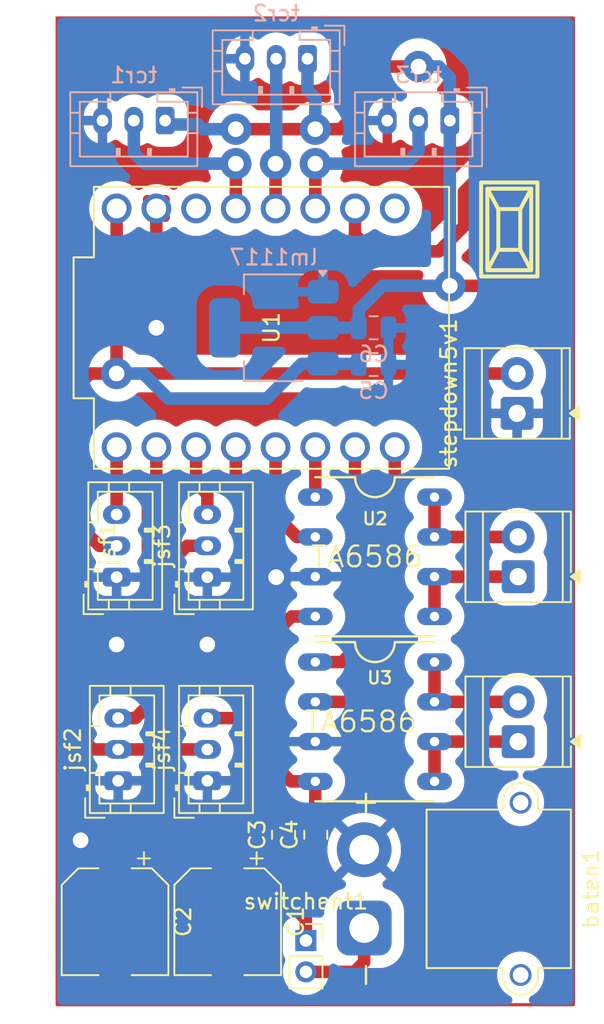
<source format=kicad_pcb>
(kicad_pcb (version 20241229) (generator "pcbnew") (generator_version "9.0")
  (layers (0 "F.Cu" signal) (2 "B.Cu" signal) (13 "F.Paste" user) (15 "B.Paste" user) (5 "F.SilkS" user "F.Silkscreen") (7 "B.SilkS" user "B.Silkscreen") (1 "F.Mask" user) (3 "B.Mask" user) (25 "Edge.Cuts" user))
  (net 0 "")
  (net 1 "Fmotor2")
  (net 2 "Bmotor1")
  (net 3 "Fmotor1")
  (net 5 "GND")
  (net 6 "Bmotor2")
  (net 7 "5v")
  (net 8 "jsf1")
  (net 9 "jsf2")
  (net 10 "jsf3")
  (net 11 "jsf4")
  (net 12 "ma2")
  (net 13 "ma1")
  (net 14 "mb2")
  (net 15 "mb1")
  (net 16 "batV")
  (net 17 "tcr1")
  (net 18 "tcr2")
  (net 19 "tcr3")
  (net 20 "iniciapin")
  (net 21 "3.3v")
  (net 22 "Net-(baten1-Pin_1)")
  (footprint "Connector_JST:JST_PH_B3B-PH-K_1x03_P2.00mm_Vertical" (layer "F.Cu") (at 90.45 100.3 90)
    (property "Reference" "jsf1" (at 2.1 -0.6 90) (layer "F.SilkS"))
    (property "Value" "Screw_Terminal_01x03")
    (pad "1" thru_hole roundrect (at 0 0 90) (size 1.2 1.75) (drill 0.75) (layers "*.Cu" "*.Mask") (roundrect_rratio 0.208333) (net 5 "GND"))
    (pad "2" thru_hole oval (at 2 0 90) (size 1.2 1.75) (drill 0.75) (layers "*.Cu" "*.Mask") (net 7 "5v"))
    (pad "3" thru_hole oval (at 4 0 90) (size 1.2 1.75) (drill 0.75) (layers "*.Cu" "*.Mask") (net 8 "jsf1"))
  )
  (footprint "Connector_JST:JST_PH_B3B-PH-K_1x03_P2.00mm_Vertical" (layer "F.Cu") (at 96.25 100.3 90)
    (property "Reference" "jsf3" (at 2 -2.9 90) (layer "F.SilkS"))
    (property "Value" "Screw_Terminal_01x03")
    (pad "1" thru_hole roundrect (at 0 0 90) (size 1.2 1.75) (drill 0.75) (layers "*.Cu" "*.Mask") (roundrect_rratio 0.208333) (net 5 "GND"))
    (pad "2" thru_hole oval (at 2 0 90) (size 1.2 1.75) (drill 0.75) (layers "*.Cu" "*.Mask") (net 7 "5v"))
    (pad "3" thru_hole oval (at 4 0 90) (size 1.2 1.75) (drill 0.75) (layers "*.Cu" "*.Mask") (net 10 "jsf3"))
  )
  (footprint "Connector_PinSocket_2.00mm:PinSocket_1x02_P2.00mm_Vertical" (layer "F.Cu") (at 102.55 123.5)
    (property "Reference" "switchent1" (at 0 -2.5 0) (layer "F.SilkS"))
    (property "Value" "SW_DPST_x2")
    (pad "1" thru_hole rect (at 0 0) (size 1.35 1.35) (drill 0.8) (layers "*.Cu" "*.Mask") (net 16 "batV"))
    (pad "2" thru_hole oval (at 0 2) (size 1.35 1.35) (drill 0.8) (layers "*.Cu" "*.Mask") (net 22 "Net-(baten1-Pin_1)"))
  )
  (footprint "TerminalBlock_TE-Connectivity:TerminalBlock_TE_282834-2_1x02_P2.54mm_Horizontal" (layer "F.Cu") (at 116.1175 110.8 90)
    (property "Reference" "motor2" (hide yes))
    (property "Value" "Screw_Terminal_01x02")
    (pad "1" thru_hole roundrect (at 0 0 90) (size 2.1 2.1) (drill 1.1) (layers "*.Cu" "*.Mask") (roundrect_rratio 0.119048) (net 14 "mb2"))
    (pad "2" thru_hole circle (at 2.54 0 90) (size 2.1 2.1) (drill 1.1) (layers "*.Cu" "*.Mask") (net 15 "mb1"))
  )
  (footprint "Connector_JST:JST_PH_B3B-PH-K_1x03_P2.00mm_Vertical" (layer "F.Cu") (at 90.55 113.3 90)
    (property "Reference" "jsf2" (at 2 -2.9 90) (layer "F.SilkS"))
    (property "Value" "Screw_Terminal_01x03")
    (pad "1" thru_hole roundrect (at 0 0 90) (size 1.2 1.75) (drill 0.75) (layers "*.Cu" "*.Mask") (roundrect_rratio 0.208333) (net 5 "GND"))
    (pad "2" thru_hole oval (at 2 0 90) (size 1.2 1.75) (drill 0.75) (layers "*.Cu" "*.Mask") (net 7 "5v"))
    (pad "3" thru_hole oval (at 4 0 90) (size 1.2 1.75) (drill 0.75) (layers "*.Cu" "*.Mask") (net 9 "jsf2"))
  )
  (footprint "TA6586:TA6586-FOOTPRINT" (layer "F.Cu") (at 115.85 101.54)
    (property "Reference" "U2" (at -8.88 -4.97 0) (layer "F.SilkS") (effects (font (size 0.787402 0.787402))))
    (property "Value" "TA6586")
    (fp_text user "TA6586 " (at -8.89 -2.54 0) (layer "F.SilkS") (effects (font (size 1.32 1.32))))
    (pad "BI" thru_hole oval (at -12.7 -6.35) (size 2.216 1.108) (drill 0.6) (layers "*.Cu" "*.Mask") (net 2 "Bmotor1"))
    (pad "BO1" thru_hole oval (at -5.08 -3.81) (size 2.216 1.108) (drill 0.6) (layers "*.Cu" "*.Mask") (net 13 "ma1"))
    (pad "BO2" thru_hole oval (at -5.08 -6.35) (size 2.216 1.108) (drill 0.6) (layers "*.Cu" "*.Mask") (net 13 "ma1"))
    (pad "FI" thru_hole oval (at -12.7 -3.81) (size 2.216 1.108) (drill 0.6) (layers "*.Cu" "*.Mask") (net 3 "Fmotor1"))
    (pad "FO1" thru_hole oval (at -5.08 1.27) (size 2.216 1.108) (drill 0.6) (layers "*.Cu" "*.Mask") (net 12 "ma2"))
    (pad "FO2" thru_hole oval (at -5.08 -1.27) (size 2.216 1.108) (drill 0.6) (layers "*.Cu" "*.Mask") (net 12 "ma2"))
    (pad "GND" thru_hole oval (at -12.7 -1.27) (size 2.216 1.108) (drill 0.6) (layers "*.Cu" "*.Mask") (net 5 "GND"))
    (pad "VCC" thru_hole oval (at -12.7 1.27) (size 2.216 1.108) (drill 0.6) (layers "*.Cu" "*.Mask") (net 16 "batV"))
  )
  (footprint "TA6586:TA6586-FOOTPRINT" (layer "F.Cu") (at 115.85 112.07)
    (property "Reference" "U3" (at -8.579 -5.34 0) (layer "F.SilkS") (effects (font (size 0.787402 0.787402))))
    (property "Value" "TA6586")
    (fp_text user "TA6586 " (at -9.279 -2.54 0) (layer "F.SilkS") (effects (font (size 1.32 1.32))))
    (pad "BI" thru_hole oval (at -12.7 -6.35) (size 2.216 1.108) (drill 0.6) (layers "*.Cu" "*.Mask") (net 6 "Bmotor2"))
    (pad "BO1" thru_hole oval (at -5.08 -3.81) (size 2.216 1.108) (drill 0.6) (layers "*.Cu" "*.Mask") (net 15 "mb1"))
    (pad "BO2" thru_hole oval (at -5.08 -6.35) (size 2.216 1.108) (drill 0.6) (layers "*.Cu" "*.Mask") (net 15 "mb1"))
    (pad "FI" thru_hole oval (at -12.7 -3.81) (size 2.216 1.108) (drill 0.6) (layers "*.Cu" "*.Mask") (net 1 "Fmotor2"))
    (pad "FO1" thru_hole oval (at -5.08 1.27) (size 2.216 1.108) (drill 0.6) (layers "*.Cu" "*.Mask") (net 14 "mb2"))
    (pad "FO2" thru_hole oval (at -5.08 -1.27) (size 2.216 1.108) (drill 0.6) (layers "*.Cu" "*.Mask") (net 14 "mb2"))
    (pad "GND" thru_hole oval (at -12.7 -1.27) (size 2.216 1.108) (drill 0.6) (layers "*.Cu" "*.Mask") (net 5 "GND"))
    (pad "VCC" thru_hole oval (at -12.7 1.27) (size 2.216 1.108) (drill 0.6) (layers "*.Cu" "*.Mask") (net 16 "batV"))
  )
  (footprint "ESP32-C3_SUPERMINI_TH:MODULE_ESP32-C3_SUPERMINI" (layer "F.Cu") (at 100.35 84.38 90)
    (property "Reference" "U1" (at 0 0 90) (layer "F.SilkS"))
    (property "Value" "ESP32-C3_SUPERMINI_TH")
    (pad "0" thru_hole circle (at 7.62 7.88 90) (size 1.905 1.905) (drill 1.27) (layers "*.Cu" "*.Mask"))
    (pad "1" thru_hole circle (at 7.62 5.34 90) (size 1.905 1.905) (drill 1.27) (layers "*.Cu" "*.Mask") (net 20 "iniciapin"))
    (pad "2" thru_hole circle (at 7.62 2.8 90) (size 1.905 1.905) (drill 1.27) (layers "*.Cu" "*.Mask") (net 19 "tcr3"))
    (pad "3" thru_hole circle (at 7.62 0.26 90) (size 1.905 1.905) (drill 1.27) (layers "*.Cu" "*.Mask") (net 18 "tcr2"))
    (pad "3.3" thru_hole circle (at 7.62 -4.82 90) (size 1.905 1.905) (drill 1.27) (layers "*.Cu" "*.Mask"))
    (pad "4" thru_hole circle (at 7.62 -2.28 90) (size 1.905 1.905) (drill 1.27) (layers "*.Cu" "*.Mask") (net 17 "tcr1"))
    (pad "5" thru_hole circle (at -7.62 -9.9 90) (size 1.905 1.905) (drill 1.27) (layers "*.Cu" "*.Mask") (net 8 "jsf1"))
    (pad "5V" thru_hole circle (at 7.62 -9.9 90) (size 1.905 1.905) (drill 1.27) (layers "*.Cu" "*.Mask") (net 7 "5v"))
    (pad "6" thru_hole circle (at -7.62 -7.36 90) (size 1.905 1.905) (drill 1.27) (layers "*.Cu" "*.Mask") (net 9 "jsf2"))
    (pad "7" thru_hole circle (at -7.62 -4.82 90) (size 1.905 1.905) (drill 1.27) (layers "*.Cu" "*.Mask") (net 10 "jsf3"))
    (pad "8" thru_hole circle (at -7.62 -2.28 90) (size 1.905 1.905) (drill 1.27) (layers "*.Cu" "*.Mask") (net 11 "jsf4"))
    (pad "9" thru_hole circle (at -7.62 0.26 90) (size 1.905 1.905) (drill 1.27) (layers "*.Cu" "*.Mask") (net 3 "Fmotor1"))
    (pad "10" thru_hole circle (at -7.62 2.8 90) (size 1.905 1.905) (drill 1.27) (layers "*.Cu" "*.Mask") (net 2 "Bmotor1"))
    (pad "20" thru_hole circle (at -7.62 5.34 90) (size 1.905 1.905) (drill 1.27) (layers "*.Cu" "*.Mask") (net 6 "Bmotor2"))
    (pad "21" thru_hole circle (at -7.62 7.88 90) (size 1.905 1.905) (drill 1.27) (layers "*.Cu" "*.Mask") (net 1 "Fmotor2"))
    (pad "G" thru_hole circle (at 7.62 -7.36 90) (size 1.905 1.905) (drill 1.27) (layers "*.Cu" "*.Mask") (net 5 "GND"))
  )
  (footprint "Capacitor_SMD:C_0805_2012Metric" (layer "F.Cu") (at 103.18 116.75 90)
    (property "Reference" "C4" (at 0 -1.68 90) (layer "F.SilkS"))
    (property "Value" "104")
    (pad "1" smd roundrect (at -0.95 0 90) (size 1 1.45) (layers "F.Cu" "F.Mask" "F.Paste") (net 5 "GND"))
    (pad "2" smd roundrect (at 0.95 0 90) (size 1 1.45) (layers "F.Cu" "F.Mask" "F.Paste") (net 16 "batV"))
  )
  (footprint "EESTN5:Pulsador_SMD_2_ALTO" (layer "F.Cu") (at 115.55 78.10082 -90)
    (property "Reference" "push1" (hide yes))
    (property "Value" "SW_Push" (hide yes))
    (pad "1" smd rect (at -3.59918 0 270) (size 1.00076 1.00076) (layers "F.Cu" "F.Mask" "F.Paste") (net 20 "iniciapin"))
    (pad "2" smd rect (at 3.59918 0 270) (size 1.00076 1.00076) (layers "F.Cu" "F.Mask" "F.Paste") (net 21 "3.3v"))
  )
  (footprint "TerminalBlock_TE-Connectivity:TerminalBlock_TE_282834-2_1x02_P2.54mm_Horizontal" (layer "F.Cu") (at 116.1175 100.27 90)
    (property "Reference" "motor1" (hide yes))
    (property "Value" "Screw_Terminal_01x02")
    (pad "1" thru_hole roundrect (at 0 0 90) (size 2.1 2.1) (drill 1.1) (layers "*.Cu" "*.Mask") (roundrect_rratio 0.119048) (net 12 "ma2"))
    (pad "2" thru_hole circle (at 2.54 0 90) (size 2.1 2.1) (drill 1.1) (layers "*.Cu" "*.Mask") (net 13 "ma1"))
  )
  (footprint "TerminalBlock_TE-Connectivity:TerminalBlock_TE_282834-2_1x02_P2.54mm_Horizontal" (layer "F.Cu") (at 116.05 89.84 90)
    (property "Reference" "stepdown5v1" (at 1.27 -4.37 90) (layer "F.SilkS"))
    (property "Value" "Screw_Terminal_01x02")
    (pad "1" thru_hole roundrect (at 0 0 90) (size 2.1 2.1) (drill 1.1) (layers "*.Cu" "*.Mask") (roundrect_rratio 0.119048) (net 5 "GND"))
    (pad "2" thru_hole circle (at 2.54 0 90) (size 2.1 2.1) (drill 1.1) (layers "*.Cu" "*.Mask") (net 7 "5v"))
  )
  (footprint "Connector_AMASS:AMASS_XT30PW-M_1x02_P2.50mm_Horizontal" (layer "F.Cu") (at 106.275 122.7 -90)
    (property "Reference" "baten1" (at -2.5 -14.5 90) (layer "F.SilkS"))
    (property "Value" "Screw_Terminal_01x02")
    (fp_text user "-" (at 3 0 90) (layer "F.SilkS") (effects (font (size 1.5 1.5))))
    (fp_text user "+" (at -8 0 90) (layer "F.SilkS") (effects (font (size 1.5 1.5))))
    (pad "" thru_hole circle (at -8 -10 270) (size 1.4 1.4) (drill 1) (layers "*.Cu" "*.Mask"))
    (pad "" thru_hole circle (at 3 -10 270) (size 1.4 1.4) (drill 1) (layers "*.Cu" "*.Mask"))
    (pad "1" thru_hole roundrect (at 0 0 270) (size 3.5 3.5) (drill 1.9) (layers "*.Cu" "*.Mask") (roundrect_rratio 0.22) (net 22 "Net-(baten1-Pin_1)"))
    (pad "2" thru_hole circle (at -5 0 270) (size 3.5 3.5) (drill 1.9) (layers "*.Cu" "*.Mask") (net 5 "GND"))
  )
  (footprint "Capacitor_SMD:CP_Elec_6.3x7.7" (layer "F.Cu") (at 90.35 122.3 -90)
    (property "Reference" "C2" (at 0 -4.35 90) (layer "F.SilkS"))
    (property "Value" "470uF")
    (pad "1" smd roundrect (at -2.7 0 270) (size 3.5 1.6) (layers "F.Cu" "F.Mask" "F.Paste") (roundrect_rratio 0.15625) (net 16 "batV"))
    (pad "2" smd roundrect (at 2.7 0 270) (size 3.5 1.6) (layers "F.Cu" "F.Mask" "F.Paste") (roundrect_rratio 0.15625) (net 5 "GND"))
  )
  (footprint "Capacitor_SMD:CP_Elec_6.3x7.7" (layer "F.Cu") (at 97.55 122.3 -90)
    (property "Reference" "C1" (at 0 -4.35 90) (layer "F.SilkS"))
    (property "Value" "470uF")
    (pad "1" smd roundrect (at -2.7 0 270) (size 3.5 1.6) (layers "F.Cu" "F.Mask" "F.Paste") (roundrect_rratio 0.15625) (net 16 "batV"))
    (pad "2" smd roundrect (at 2.7 0 270) (size 3.5 1.6) (layers "F.Cu" "F.Mask" "F.Paste") (roundrect_rratio 0.15625) (net 5 "GND"))
  )
  (footprint "Capacitor_SMD:C_0805_2012Metric" (layer "F.Cu") (at 101.12 116.75 90)
    (property "Reference" "C3" (at 0 -1.68 90) (layer "F.SilkS"))
    (property "Value" "104")
    (pad "1" smd roundrect (at -0.95 0 90) (size 1 1.45) (layers "F.Cu" "F.Mask" "F.Paste") (net 5 "GND"))
    (pad "2" smd roundrect (at 0.95 0 90) (size 1 1.45) (layers "F.Cu" "F.Mask" "F.Paste") (net 16 "batV"))
  )
  (footprint "Connector_JST:JST_PH_B3B-PH-K_1x03_P2.00mm_Vertical" (layer "F.Cu") (at 96.25 113.3 90)
    (property "Reference" "jsf4" (at 2 -2.9 90) (layer "F.SilkS"))
    (property "Value" "Screw_Terminal_01x03")
    (pad "1" thru_hole roundrect (at 0 0 90) (size 1.2 1.75) (drill 0.75) (layers "*.Cu" "*.Mask") (roundrect_rratio 0.208333) (net 5 "GND"))
    (pad "2" thru_hole oval (at 2 0 90) (size 1.2 1.75) (drill 0.75) (layers "*.Cu" "*.Mask") (net 7 "5v"))
    (pad "3" thru_hole oval (at 4 0 90) (size 1.2 1.75) (drill 0.75) (layers "*.Cu" "*.Mask") (net 11 "jsf4"))
  )
  (footprint "Connector_JST:JST_PH_B3B-PH-K_1x03_P2.00mm_Vertical" (layer "B.Cu") (at 111.75 71.15 180)
    (property "Reference" "tcr3" (at 2 2.9 0) (layer "B.SilkS") (effects (justify mirror)))
    (property "Value" "Screw_Terminal_01x03")
    (pad "1" thru_hole roundrect (at 0 0 180) (size 1.2 1.75) (drill 0.75) (layers "*.Cu" "*.Mask") (roundrect_rratio 0.208333) (net 21 "3.3v"))
    (pad "2" thru_hole oval (at 2 0 180) (size 1.2 1.75) (drill 0.75) (layers "*.Cu" "*.Mask") (net 19 "tcr3"))
    (pad "3" thru_hole oval (at 4 0 180) (size 1.2 1.75) (drill 0.75) (layers "*.Cu" "*.Mask") (net 5 "GND"))
  )
  (footprint "Package_TO_SOT_SMD:SOT-223-3_TabPin2" (layer "B.Cu") (at 100.5 84.38 180)
    (property "Reference" "lm1117" (at 0 4.5 0) (layer "B.SilkS") (effects (justify mirror)))
    (property "Value" "LM1117MP-3.3")
    (pad "1" smd roundrect (at -3.15 2.3 180) (size 2 1.5) (layers "B.Cu" "B.Mask" "B.Paste") (net 5 "GND"))
    (pad "2" smd roundrect (at -3.15 0 180) (size 2 1.5) (layers "B.Cu" "B.Mask" "B.Paste") (net 21 "3.3v"))
    (pad "2" smd roundrect (at 3.15 0 180) (size 2 3.8) (layers "B.Cu" "B.Mask" "B.Paste") (net 21 "3.3v"))
    (pad "3" smd roundrect (at -3.15 -2.3 180) (size 2 1.5) (layers "B.Cu" "B.Mask" "B.Paste") (net 7 "5v"))
  )
  (footprint "Capacitor_SMD:C_0805_2012Metric" (layer "B.Cu") (at 106.88 86.7225)
    (property "Reference" "C5" (at 0 1.68 0) (layer "B.SilkS") (effects (justify mirror)))
    (property "Value" "10uF")
    (pad "1" smd roundrect (at -0.95 0) (size 1 1.45) (layers "B.Cu" "B.Mask" "B.Paste") (net 7 "5v"))
    (pad "2" smd roundrect (at 0.95 0) (size 1 1.45) (layers "B.Cu" "B.Mask" "B.Paste") (net 5 "GND"))
  )
  (footprint "Connector_JST:JST_PH_B3B-PH-K_1x03_P2.00mm_Vertical" (layer "B.Cu") (at 102.65 67.2 180)
    (property "Reference" "tcr2" (at 2 2.9 0) (layer "B.SilkS") (effects (justify mirror)))
    (property "Value" "Screw_Terminal_01x03")
    (pad "1" thru_hole roundrect (at 0 0 180) (size 1.2 1.75) (drill 0.75) (layers "*.Cu" "*.Mask") (roundrect_rratio 0.208333) (net 21 "3.3v"))
    (pad "2" thru_hole oval (at 2 0 180) (size 1.2 1.75) (drill 0.75) (layers "*.Cu" "*.Mask") (net 18 "tcr2"))
    (pad "3" thru_hole oval (at 4 0 180) (size 1.2 1.75) (drill 0.75) (layers "*.Cu" "*.Mask") (net 5 "GND"))
  )
  (footprint "Capacitor_SMD:C_0805_2012Metric" (layer "B.Cu") (at 106.88 84.38)
    (property "Reference" "C6" (at 0 1.68 0) (layer "B.SilkS") (effects (justify mirror)))
    (property "Value" "10uF")
    (pad "1" smd roundrect (at -0.95 0) (size 1 1.45) (layers "B.Cu" "B.Mask" "B.Paste") (net 21 "3.3v"))
    (pad "2" smd roundrect (at 0.95 0) (size 1 1.45) (layers "B.Cu" "B.Mask" "B.Paste") (net 5 "GND"))
  )
  (footprint "Connector_JST:JST_PH_B3B-PH-K_1x03_P2.00mm_Vertical" (layer "B.Cu") (at 93.55 71.15 180)
    (property "Reference" "tcr1" (at 2 2.9 0) (layer "B.SilkS") (effects (justify mirror)))
    (property "Value" "Screw_Terminal_01x03")
    (pad "1" thru_hole roundrect (at 0 0 180) (size 1.2 1.75) (drill 0.75) (layers "*.Cu" "*.Mask") (roundrect_rratio 0.208333) (net 21 "3.3v"))
    (pad "2" thru_hole oval (at 2 0 180) (size 1.2 1.75) (drill 0.75) (layers "*.Cu" "*.Mask") (net 17 "tcr1"))
    (pad "3" thru_hole oval (at 4 0 180) (size 1.2 1.75) (drill 0.75) (layers "*.Cu" "*.Mask") (net 5 "GND"))
  )
  (gr_rect (start 86.65 64.6) (end 119.65 127.6) (stroke (width 0.2)) (fill no) (layer "F.Cu"))
  (segment (start 108.23 106.37) (end 108.23 92) (width 0.8) (layer "F.Cu") (net 1))
  (segment (start 106.34 108.26) (end 108.23 106.37) (width 0.8) (layer "F.Cu") (net 1))
  (segment (start 103.15 108.26) (end 106.34 108.26) (width 0.8) (layer "F.Cu") (net 1))
  (segment (start 103.15 92) (end 103.15 95.19) (width 0.8) (layer "F.Cu") (net 2))
  (segment (start 100.61 96.36) (end 100.61 92) (width 0.8) (layer "F.Cu") (net 3))
  (segment (start 101.98 97.73) (end 100.61 96.36) (width 0.8) (layer "F.Cu") (net 3))
  (segment (start 103.15 97.73) (end 101.98 97.73) (width 0.8) (layer "F.Cu") (net 3))
  (segment (start 92.99 76.76) (end 92.99 84.38) (width 0.8) (layer "F.Cu") (net 5))
  (via (at 90.45 104.6) (size 2) (drill 1) (layers "F.Cu" "B.Cu") (net 5))
  (via (at 88.15 117.1) (size 2) (drill 1) (layers "F.Cu" "B.Cu") (net 5))
  (via (at 100.65 100.3) (size 2) (drill 1) (layers "F.Cu" "B.Cu") (net 5))
  (via (at 96.25 104.6) (size 2) (drill 1) (layers "F.Cu" "B.Cu") (net 5))
  (via (at 92.99 84.38) (size 2) (drill 1) (layers "F.Cu" "B.Cu") (net 5))
  (segment (start 105.69 104.9) (end 104.87 105.72) (width 0.8) (layer "F.Cu") (net 6))
  (segment (start 105.69 92) (end 105.69 104.9) (width 0.8) (layer "F.Cu") (net 6))
  (segment (start 104.87 105.72) (end 103.15 105.72) (width 0.8) (layer "F.Cu") (net 6))
  (segment (start 116.05 87.3) (end 90.45 87.3) (width 0.8) (layer "F.Cu") (net 7))
  (segment (start 94.05 109.7) (end 92.45 111.3) (width 0.8) (layer "F.Cu") (net 7))
  (segment (start 90.45 98.3) (end 89.35 98.3) (width 0.8) (layer "F.Cu") (net 7))
  (segment (start 90.45 76.76) (end 90.45 87.3) (width 0.8) (layer "F.Cu") (net 7))
  (segment (start 88.75 87.3) (end 90.45 87.3) (width 0.8) (layer "F.Cu") (net 7))
  (segment (start 88.05 88) (end 88.75 87.3) (width 0.8) (layer "F.Cu") (net 7))
  (segment (start 90.55 111.3) (end 88.95 111.3) (width 0.8) (layer "F.Cu") (net 7))
  (segment (start 94.95 98.3) (end 96.25 98.3) (width 0.8) (layer "F.Cu") (net 7))
  (segment (start 94.05 99.2) (end 94.05 109.7) (width 0.8) (layer "F.Cu") (net 7))
  (segment (start 92.45 111.3) (end 90.55 111.3) (width 0.8) (layer "F.Cu") (net 7))
  (segment (start 88.05 97) (end 88.05 88) (width 0.8) (layer "F.Cu") (net 7))
  (segment (start 89.35 98.3) (end 88.05 97) (width 0.8) (layer "F.Cu") (net 7))
  (segment (start 94.95 98.3) (end 94.05 99.2) (width 0.8) (layer "F.Cu") (net 7))
  (segment (start 88.95 111.3) (end 88.05 110.4) (width 0.8) (layer "F.Cu") (net 7))
  (segment (start 88.05 110.4) (end 88.05 97) (width 0.8) (layer "F.Cu") (net 7))
  (segment (start 96.25 111.3) (end 92.45 111.3) (width 0.8) (layer "F.Cu") (net 7))
  (via (at 90.45 87.3) (size 2) (drill 1) (layers "F.Cu" "B.Cu") (net 7))
  (segment (start 102.27 86.68) (end 100.05 88.9) (width 0.8) (layer "B.Cu") (net 7))
  (segment (start 100.05 88.9) (end 93.75 88.9) (width 0.8) (layer "B.Cu") (net 7))
  (segment (start 103.65 86.68) (end 105.8875 86.68) (width 0.8) (layer "B.Cu") (net 7))
  (segment (start 93.75 88.9) (end 92.15 87.3) (width 0.8) (layer "B.Cu") (net 7))
  (segment (start 103.65 86.68) (end 102.27 86.68) (width 0.8) (layer "B.Cu") (net 7))
  (segment (start 92.15 87.3) (end 90.45 87.3) (width 0.8) (layer "B.Cu") (net 7))
  (segment (start 105.8875 86.68) (end 105.93 86.7225) (width 0.8) (layer "B.Cu") (net 7))
  (segment (start 90.45 92) (end 90.45 96.3) (width 0.8) (layer "F.Cu") (net 8))
  (segment (start 92.99 92) (end 92.99 94.36) (width 0.8) (layer "F.Cu") (net 9))
  (segment (start 92.99 94.36) (end 92.45 94.9) (width 0.8) (layer "F.Cu") (net 9))
  (segment (start 92.45 94.9) (end 92.45 108.5) (width 0.8) (layer "F.Cu") (net 9))
  (segment (start 92.45 108.5) (end 91.65 109.3) (width 0.8) (layer "F.Cu") (net 9))
  (segment (start 91.65 109.3) (end 90.55 109.3) (width 0.8) (layer "F.Cu") (net 9))
  (segment (start 95.53 94.28) (end 96.25 95) (width 0.8) (layer "F.Cu") (net 10))
  (segment (start 95.53 92) (end 95.53 94.28) (width 0.8) (layer "F.Cu") (net 10))
  (segment (start 96.25 95) (end 96.25 96.3) (width 0.8) (layer "F.Cu") (net 10))
  (segment (start 98.07 93.82) (end 98.07 92) (width 0.8) (layer "F.Cu") (net 11))
  (segment (start 96.25 109.3) (end 98.05 109.3) (width 0.8) (layer "F.Cu") (net 11))
  (segment (start 98.05 109.3) (end 98.65 108.7) (width 0.8) (layer "F.Cu") (net 11))
  (segment (start 98.65 108.7) (end 98.65 94.4) (width 0.8) (layer "F.Cu") (net 11))
  (segment (start 98.65 94.4) (end 98.07 93.82) (width 0.8) (layer "F.Cu") (net 11))
  (segment (start 110.77 102.81) (end 110.77 100.27) (width 0.8) (layer "F.Cu") (net 12))
  (segment (start 116.1175 100.27) (end 110.77 100.27) (width 0.8) (layer "F.Cu") (net 12))
  (segment (start 110.77 95.19) (end 110.77 97.73) (width 0.8) (layer "F.Cu") (net 13))
  (segment (start 116.1175 97.73) (end 110.77 97.73) (width 0.8) (layer "F.Cu") (net 13))
  (segment (start 110.77 110.8) (end 110.77 113.34) (width 0.8) (layer "F.Cu") (net 14))
  (segment (start 116.1175 110.8) (end 110.77 110.8) (width 0.8) (layer "F.Cu") (net 14))
  (segment (start 110.77 105.72) (end 110.77 108.26) (width 0.8) (layer "F.Cu") (net 15))
  (segment (start 116.1175 108.26) (end 110.77 108.26) (width 0.8) (layer "F.Cu") (net 15))
  (segment (start 103.15 113.34) (end 103.15 115.77) (width 0.8) (layer "F.Cu") (net 16))
  (segment (start 100.65 112.4) (end 100.65 103.8) (width 0.8) (layer "F.Cu") (net 16))
  (segment (start 101.12 115.8) (end 103.18 115.8) (width 0.8) (layer "F.Cu") (net 16))
  (segment (start 90.35 117.8) (end 91.05 117.1) (width 0.8) (layer "F.Cu") (net 16))
  (segment (start 95.25 115.8) (end 101.12 115.8) (width 0.8) (layer "F.Cu") (net 16))
  (segment (start 103.15 115.77) (end 103.18 115.8) (width 0.8) (layer "F.Cu") (net 16))
  (segment (start 93.95 117.1) (end 95.25 115.8) (width 0.8) (layer "F.Cu") (net 16))
  (segment (start 91.05 117.1) (end 93.95 117.1) (width 0.8) (layer "F.Cu") (net 16))
  (segment (start 90.35 119.6) (end 90.35 117.8) (width 0.8) (layer "F.Cu") (net 16))
  (segment (start 97.55 119.6) (end 100 119.6) (width 0.8) (layer "F.Cu") (net 16))
  (segment (start 101.59 113.34) (end 100.65 112.4) (width 0.8) (layer "F.Cu") (net 16))
  (segment (start 100 119.6) (end 102.55 122.15) (width 0.8) (layer "F.Cu") (net 16))
  (segment (start 101.64 102.81) (end 103.15 102.81) (width 0.8) (layer "F.Cu") (net 16))
  (segment (start 102.55 122.15) (end 102.55 123.5) (width 0.8) (layer "F.Cu") (net 16))
  (segment (start 103.15 113.34) (end 101.59 113.34) (width 0.8) (layer "F.Cu") (net 16))
  (segment (start 100.65 103.8) (end 101.64 102.81) (width 0.8) (layer "F.Cu") (net 16))
  (segment (start 97.55 119.6) (end 90.35 119.6) (width 0.8) (layer "F.Cu") (net 16))
  (segment (start 98.07 73.9) (end 98.07 76.76) (width 0.8) (layer "F.Cu") (net 17))
  (via (at 98.07 73.9) (size 2) (drill 1) (layers "F.Cu" "B.Cu") (net 17))
  (segment (start 92.25 73.9) (end 91.55 73.2) (width 0.8) (layer "B.Cu") (net 17))
  (segment (start 91.55 73.2) (end 91.55 71.15) (width 0.8) (layer "B.Cu") (net 17))
  (segment (start 98.07 73.9) (end 92.25 73.9) (width 0.8) (layer "B.Cu") (net 17))
  (segment (start 100.61 73.9) (end 100.61 76.76) (width 0.8) (layer "F.Cu") (net 18))
  (via (at 100.61 73.9) (size 2) (drill 1) (layers "F.Cu" "B.Cu") (net 18))
  (segment (start 100.65 67.2) (end 100.65 73.86) (width 0.8) (layer "B.Cu") (net 18))
  (segment (start 100.65 73.86) (end 100.61 73.9) (width 0.8) (layer "B.Cu") (net 18))
  (segment (start 103.15 73.9) (end 103.15 76.76) (width 0.8) (layer "F.Cu") (net 19))
  (via (at 103.15 73.9) (size 2) (drill 1) (layers "F.Cu" "B.Cu") (net 19))
  (segment (start 103.15 73.9) (end 108.95 73.9) (width 0.8) (layer "B.Cu") (net 19))
  (segment (start 109.75 73.1) (end 109.75 71.15) (width 0.8) (layer "B.Cu") (net 19))
  (segment (start 108.95 73.9) (end 109.75 73.1) (width 0.8) (layer "B.Cu") (net 19))
  (segment (start 106.75 79.5) (end 111.05 79.5) (width 0.8) (layer "F.Cu") (net 20))
  (segment (start 111.05 79.5) (end 112.65 77.9) (width 0.8) (layer "F.Cu") (net 20))
  (segment (start 112.65 77.9) (end 112.65 75.7) (width 0.8) (layer "F.Cu") (net 20))
  (segment (start 112.65 75.7) (end 113.84836 74.50164) (width 0.8) (layer "F.Cu") (net 20))
  (segment (start 113.84836 74.50164) (end 115.55 74.50164) (width 0.8) (layer "F.Cu") (net 20))
  (segment (start 105.69 78.44) (end 106.75 79.5) (width 0.8) (layer "F.Cu") (net 20))
  (segment (start 105.69 76.76) (end 105.69 78.44) (width 0.8) (layer "F.Cu") (net 20))
  (segment (start 105.85 67.7) (end 109.75 67.7) (width 0.8) (layer "F.Cu") (net 21))
  (segment (start 105.35 68.2) (end 105.85 67.7) (width 0.8) (layer "F.Cu") (net 21))
  (segment (start 115.55 81.7) (end 111.75 81.7) (width 0.8) (layer "F.Cu") (net 21))
  (segment (start 105.35 71.1) (end 105.35 68.2) (width 0.8) (layer "F.Cu") (net 21))
  (segment (start 98.07 71.699997) (end 103.15 71.699997) (width 0.8) (layer "F.Cu") (net 21))
  (segment (start 104.750003 71.699997) (end 105.35 71.1) (width 0.8) (layer "F.Cu") (net 21))
  (segment (start 103.15 71.699997) (end 104.750003 71.699997) (width 0.8) (layer "F.Cu") (net 21))
  (via (at 103.15 71.699997) (size 2) (drill 1) (layers "F.Cu" "B.Cu") (net 21))
  (via (at 109.75 67.7) (size 2) (drill 1) (layers "F.Cu" "B.Cu") (net 21))
  (via (at 98.07 71.699997) (size 2) (drill 1) (layers "F.Cu" "B.Cu") (net 21))
  (via (at 111.75 81.7) (size 2) (drill 1) (layers "F.Cu" "B.Cu") (net 21))
  (segment (start 111.75 68.4) (end 111.75 71.15) (width 0.8) (layer "B.Cu") (net 21))
  (segment (start 102.65 69.2) (end 103.15 69.7) (width 0.8) (layer "B.Cu") (net 21))
  (segment (start 95.949997 71.699997) (end 95.65 71.4) (width 0.8) (layer "B.Cu") (net 21))
  (segment (start 103.15 69.7) (end 103.15 71.699997) (width 0.8) (layer "B.Cu") (net 21))
  (segment (start 109.75 67.7) (end 111.05 67.7) (width 0.8) (layer "B.Cu") (net 21))
  (segment (start 107.45 81.7) (end 111.75 81.7) (width 0.8) (layer "B.Cu") (net 21))
  (segment (start 93.8 71.4) (end 93.55 71.15) (width 0.8) (layer "B.Cu") (net 21))
  (segment (start 97.95 71.7) (end 97.949997 71.699997) (width 0.8) (layer "B.Cu") (net 21))
  (segment (start 105.93 84.38) (end 105.93 83.22) (width 0.8) (layer "B.Cu") (net 21))
  (segment (start 111.05 67.7) (end 111.75 68.4) (width 0.8) (layer "B.Cu") (net 21))
  (segment (start 97.949997 71.699997) (end 95.949997 71.699997) (width 0.8) (layer "B.Cu") (net 21))
  (segment (start 95.65 71.4) (end 93.8 71.4) (width 0.8) (layer "B.Cu") (net 21))
  (segment (start 103.65 84.38) (end 97.35 84.38) (width 0.8) (layer "B.Cu") (net 21))
  (segment (start 105.93 83.22) (end 107.45 81.7) (width 0.8) (layer "B.Cu") (net 21))
  (segment (start 103.65 84.38) (end 105.93 84.38) (width 0.8) (layer "B.Cu") (net 21))
  (segment (start 102.65 67.2) (end 102.65 69.2) (width 0.8) (layer "B.Cu") (net 21))
  (segment (start 111.75 71.15) (end 111.75 81.7) (width 0.8) (layer "B.Cu") (net 21))
  (segment (start 102.55 125.5) (end 105.65 125.5) (width 0.8) (layer "F.Cu") (net 22))
  (segment (start 105.65 125.5) (end 106.275 124.875) (width 0.8) (layer "F.Cu") (net 22))
  (segment (start 106.275 124.875) (end 106.275 122.7) (width 0.8) (layer "F.Cu") (net 22))
  (zone (net 5) (net_name "GND") (layers "F.Cu" "B.Cu") (connect_pads (clearance 0.8)) (min_thickness 0.6) (fill yes (thermal_gap 0.6) (thermal_bridge_width 0.6) (island_removal_mode 2) (island_area_min 10))
    (polygon (pts (xy 119.65 127.6) (xy 119.65 64.6) (xy 86.65 64.6) (xy 86.65 127.6)))
  )
)
</source>
